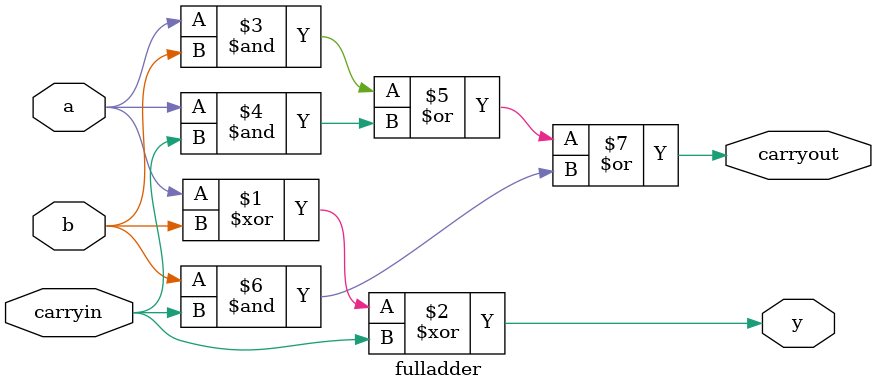
<source format=sv>
`timescale 1ns / 1ps

module fulladder(input logic a,b,carryin,
output logic y,carryout);
assign y = a ^ b ^ carryin;
assign carryout=(a & b)|(a & carryin)|(b & carryin
  );
 
endmodule

</source>
